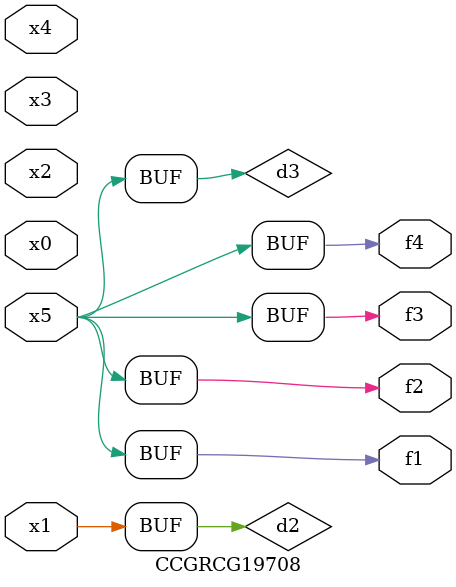
<source format=v>
module CCGRCG19708(
	input x0, x1, x2, x3, x4, x5,
	output f1, f2, f3, f4
);

	wire d1, d2, d3;

	not (d1, x5);
	or (d2, x1);
	xnor (d3, d1);
	assign f1 = d3;
	assign f2 = d3;
	assign f3 = d3;
	assign f4 = d3;
endmodule

</source>
